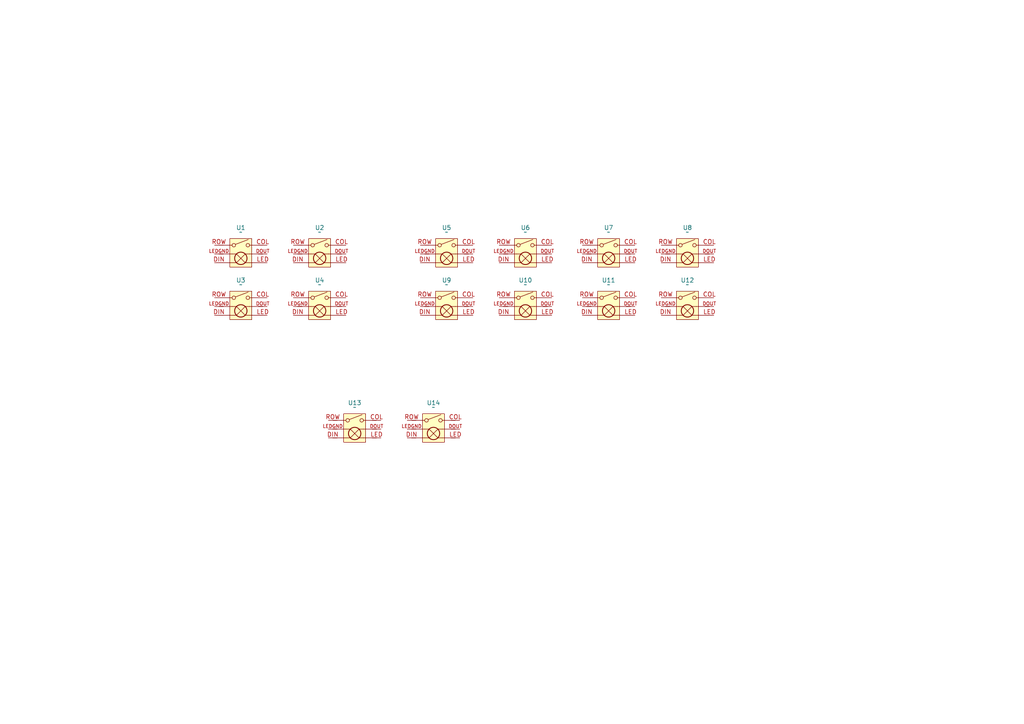
<source format=kicad_sch>
(kicad_sch (version 20231120) (generator "eeschema") (generator_version "8.0")
  (paper "A4")
  (lib_symbols
    (symbol "DuRuofu_Switch:机械键盘按键(RGB)"
      (property "Reference" "SW" (at -0.254 5.588 0))
      (symbol "机械键盘按键(RGB)_0_1"
        (circle (center -2.032 2.54) (radius 0.508))
        (circle (center 0 -1.27) (radius 1.7961) (stroke (width 0.254)))
        (polyline (pts (xy -2.54 -2.54) (xy -6.35 -2.54)))
        (polyline (pts (xy -2.54 -2.54) (xy -2.54 -2.54)))
        (polyline (pts (xy -2.54 0) (xy -6.35 0)))
        (polyline (pts (xy -2.54 0) (xy -1.27 0)))
        (polyline (pts (xy -1.524 2.794) (xy 2.159 4.191)))
        (polyline (pts (xy -1.27 -2.54) (xy -2.54 -2.54)))
        (polyline (pts (xy -1.27 -2.54) (xy 1.27 0)))
        (polyline (pts (xy -1.27 0) (xy 1.27 -2.54)))
        (polyline (pts (xy 1.27 -2.54) (xy 2.54 -2.54)))
        (polyline (pts (xy 1.27 0) (xy 1.27 0)))
        (polyline (pts (xy 2.54 -2.54) (xy 2.54 -2.54)))
        (polyline (pts (xy 2.54 -2.54) (xy 2.54 -2.54)))
        (polyline (pts (xy 2.54 0) (xy 1.27 0)))
        (polyline (pts (xy 2.54 0) (xy 2.54 0)))
        (polyline (pts (xy 2.54 2.54) (xy 2.54 2.54)))
        (polyline (pts (xy 6.35 -2.54) (xy 2.54 -2.54)))
        (polyline (pts (xy 6.35 0) (xy 2.54 0)))
        (polyline (pts (xy 6.35 2.54) (xy 2.54 2.54)))
        (polyline (pts (xy -6.35 2.54) (xy -3.81 2.54) (xy -2.54 2.54)))
        (circle (center 2.032 2.54) (radius 0.508))
      )
      (symbol "机械键盘按键(RGB)_1_1"
        (rectangle (start -3.175 4.445) (end 3.175 -3.81) (fill (type background)))
        (pin passive line (at 7.62 2.54 180) (length 2.54) (name "") (number "COL"))
        (pin passive line (at -7.62 -2.54 0) (length 2.54) (name "") (number "DIN"))
        (pin passive line (at 7.62 0 180) (length 2.54) (name "") (number "DOUT"))
        (pin passive line (at 7.62 -2.54 180) (length 2.54) (name "") (number "LED"))
        (pin passive line (at -7.62 0 0) (length 2.54) (name "") (number "LEDGND"))
        (pin passive line (at -7.62 2.54 0) (length 2.54) (name "") (number "ROW"))
      )
    )
  )
  (symbol (lib_id "DuRuofu_Switch:机械键盘按键(RGB)") (at 176.53 73.66 0) (unit 1)
    (property "Reference" "U7" (at 176.53 66.04 0))
    (property "Value" "~" (at 176.53 67.31 0))
    (property "Footprint" "DuRuofu_Switch:热插拔键盘轴(RGB反贴)(30mm)" (effects (hide yes)))
  )
  (symbol (lib_id "DuRuofu_Switch:机械键盘按键(RGB)") (at 199.39 88.9 0) (unit 1)
    (property "Reference" "U12" (at 199.39 81.28 0))
    (property "Value" "~" (at 199.39 82.55 0))
    (property "Footprint" "DuRuofu_Switch:热插拔键盘轴(RGB反贴)(30mm)" (effects (hide yes)))
  )
  (symbol (lib_id "DuRuofu_Switch:机械键盘按键(RGB)") (at 92.71 88.9 0) (unit 1)
    (property "Reference" "U4" (at 92.71 81.28 0))
    (property "Value" "~" (at 92.71 82.55 0))
    (property "Footprint" "DuRuofu_Switch:热插拔键盘轴(RGB反贴)(30mm)" (effects (hide yes)))
  )
  (symbol (lib_id "DuRuofu_Switch:机械键盘按键(RGB)") (at 152.4 73.66 0) (unit 1)
    (property "Reference" "U6" (at 152.4 66.04 0))
    (property "Value" "~" (at 152.4 67.31 0))
    (property "Footprint" "DuRuofu_Switch:热插拔键盘轴(RGB反贴)(30mm)" (effects (hide yes)))
  )
  (symbol (lib_id "DuRuofu_Switch:机械键盘按键(RGB)") (at 92.71 73.66 0) (unit 1)
    (property "Reference" "U2" (at 92.71 66.04 0))
    (property "Value" "~" (at 92.71 67.31 0))
    (property "Footprint" "DuRuofu_Switch:热插拔键盘轴(RGB反贴)(30mm)" (effects (hide yes)))
  )
  (symbol (lib_id "DuRuofu_Switch:机械键盘按键(RGB)") (at 176.53 88.9 0) (unit 1)
    (property "Reference" "U11" (at 176.53 81.28 0))
    (property "Value" "~" (at 176.53 82.55 0))
    (property "Footprint" "DuRuofu_Switch:热插拔键盘轴(RGB反贴)(30mm)" (effects (hide yes)))
  )
  (symbol (lib_id "DuRuofu_Switch:机械键盘按键(RGB)") (at 125.73 124.46 0) (unit 1)
    (property "Reference" "U14" (at 125.73 116.84 0))
    (property "Value" "~" (at 125.73 118.11 0))
    (property "Footprint" "DuRuofu_Switch:热插拔键盘轴(RGB反贴)(30mm)" (effects (hide yes)))
  )
  (symbol (lib_id "DuRuofu_Switch:机械键盘按键(RGB)") (at 199.39 73.66 0) (unit 1)
    (property "Reference" "U8" (at 199.39 66.04 0))
    (property "Value" "~" (at 199.39 67.31 0))
    (property "Footprint" "DuRuofu_Switch:热插拔键盘轴(RGB反贴)(30mm)" (effects (hide yes)))
  )
  (symbol (lib_id "DuRuofu_Switch:机械键盘按键(RGB)") (at 129.54 73.66 0) (unit 1)
    (property "Reference" "U5" (at 129.54 66.04 0))
    (property "Value" "~" (at 129.54 67.31 0))
    (property "Footprint" "DuRuofu_Switch:热插拔键盘轴(RGB反贴)(30mm)" (effects (hide yes)))
  )
  (symbol (lib_id "DuRuofu_Switch:机械键盘按键(RGB)") (at 102.87 124.46 0) (unit 1)
    (property "Reference" "U13" (at 102.87 116.84 0))
    (property "Value" "~" (at 102.87 118.11 0))
    (property "Footprint" "DuRuofu_Switch:热插拔键盘轴(RGB反贴)(30mm)" (effects (hide yes)))
  )
  (symbol (lib_id "DuRuofu_Switch:机械键盘按键(RGB)") (at 69.85 88.9 0) (unit 1)
    (property "Reference" "U3" (at 69.85 81.28 0))
    (property "Value" "~" (at 69.85 82.55 0))
    (property "Footprint" "DuRuofu_Switch:热插拔键盘轴(RGB反贴)(30mm)" (effects (hide yes)))
  )
  (symbol (lib_id "DuRuofu_Switch:机械键盘按键(RGB)") (at 152.4 88.9 0) (unit 1)
    (property "Reference" "U10" (at 152.4 81.28 0))
    (property "Value" "~" (at 152.4 82.55 0))
    (property "Footprint" "DuRuofu_Switch:热插拔键盘轴(RGB反贴)(30mm)" (effects (hide yes)))
  )
  (symbol (lib_id "DuRuofu_Switch:机械键盘按键(RGB)") (at 69.85 73.66 0) (unit 1)
    (property "Reference" "U1" (at 69.85 66.04 0))
    (property "Value" "~" (at 69.85 67.31 0))
    (property "Footprint" "DuRuofu_Switch:热插拔键盘轴(RGB反贴)(30mm)" (effects (hide yes)))
  )
  (symbol (lib_id "DuRuofu_Switch:机械键盘按键(RGB)") (at 129.54 88.9 0) (unit 1)
    (property "Reference" "U9" (at 129.54 81.28 0))
    (property "Value" "~" (at 129.54 82.55 0))
    (property "Footprint" "DuRuofu_Switch:热插拔键盘轴(RGB反贴)(30mm)" (effects (hide yes)))
  )
)
</source>
